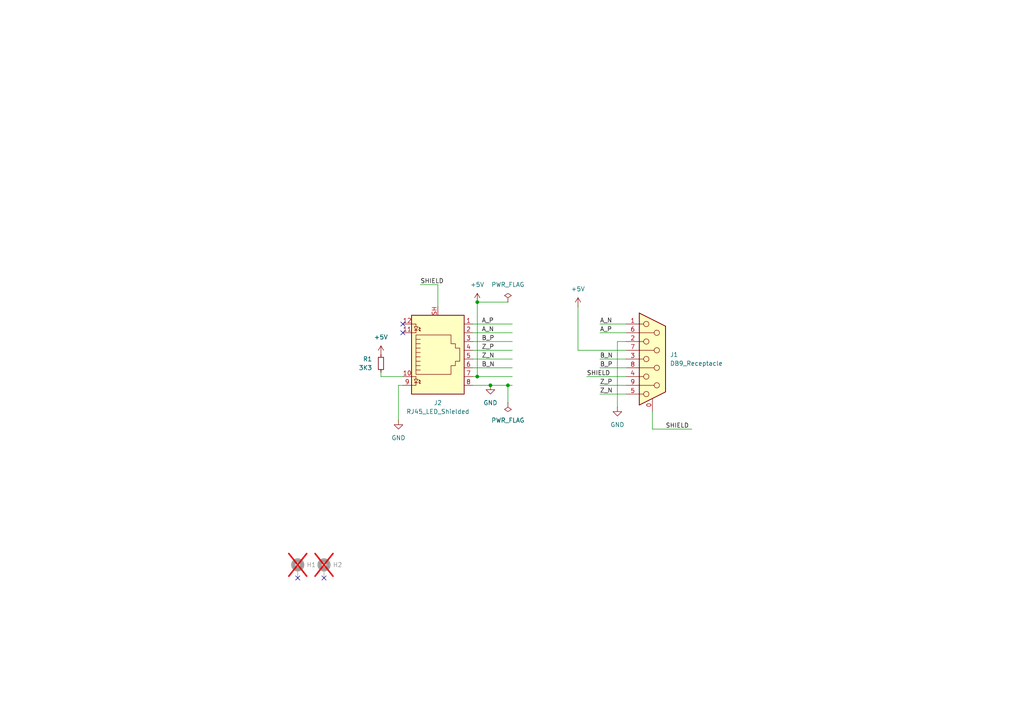
<source format=kicad_sch>
(kicad_sch (version 20231120) (generator "eeschema") (generator_version "8.0")
  (paper "A4")
  (lib_symbols
    (symbol "Device:R_Small" (pin_numbers hide) (pin_names (offset 0.254) hide)
      (property "Reference" "R" (at 0.762 0.508 0))
      (property "Value" "R_Small" (at 0.762 -1.016 0))
      (symbol "R_Small_0_1"
        (rectangle (start -0.762 1.778) (end 0.762 -1.778) (stroke (width 0.2032)))
      )
      (symbol "R_Small_1_1"
        (pin passive line (at 0 2.54 270) (length 0.762) (name "~") (number "1"))
        (pin passive line (at 0 -2.54 90) (length 0.762) (name "~") (number "2"))
      )
    )
    (symbol "hadv-connectors:DB9_Receptacle" (pin_names (offset 1.016) hide)
      (property "Reference" "J" (at 0 16.51 0))
      (property "Value" "DB9_Receptacle" (at 0 14.605 0))
      (symbol "DB9_Receptacle_0_1"
        (circle (center -1.778 -10.16) (radius 0.762))
        (circle (center -1.778 -5.08) (radius 0.762))
        (circle (center -1.778 0) (radius 0.762))
        (circle (center -1.778 5.08) (radius 0.762))
        (circle (center -1.778 10.16) (radius 0.762))
        (polyline (pts (xy -3.81 -10.16) (xy -2.54 -10.16)))
        (polyline (pts (xy -3.81 -7.62) (xy 0.508 -7.62)))
        (polyline (pts (xy -3.81 -5.08) (xy -2.54 -5.08)))
        (polyline (pts (xy -3.81 -2.54) (xy 0.508 -2.54)))
        (polyline (pts (xy -3.81 0) (xy -2.54 0)))
        (polyline (pts (xy -3.81 2.54) (xy 0.508 2.54)))
        (polyline (pts (xy -3.81 5.08) (xy -2.54 5.08)))
        (polyline (pts (xy -3.81 7.62) (xy 0.508 7.62)))
        (polyline (pts (xy -3.81 10.16) (xy -2.54 10.16)))
        (polyline (pts (xy -3.81 13.335) (xy -3.81 -13.335) (xy 3.81 -9.525) (xy 3.81 9.525) (xy -3.81 13.335)) (stroke (width 0.254)) (fill (type background)))
        (circle (center 1.27 -7.62) (radius 0.762))
        (circle (center 1.27 -2.54) (radius 0.762))
        (circle (center 1.27 2.54) (radius 0.762))
        (circle (center 1.27 7.62) (radius 0.762))
      )
      (symbol "DB9_Receptacle_1_1"
        (pin passive line (at 0 -15.24 90) (length 3.81) (name "PAD") (number "0"))
        (pin passive line (at -7.62 10.16 0) (length 3.81) (name "1") (number "1"))
        (pin passive line (at -7.62 5.08 0) (length 3.81) (name "2") (number "2"))
        (pin passive line (at -7.62 0 0) (length 3.81) (name "3") (number "3"))
        (pin passive line (at -7.62 -5.08 0) (length 3.81) (name "4") (number "4"))
        (pin passive line (at -7.62 -10.16 0) (length 3.81) (name "5") (number "5"))
        (pin passive line (at -7.62 7.62 0) (length 3.81) (name "6") (number "6"))
        (pin passive line (at -7.62 2.54 0) (length 3.81) (name "7") (number "7"))
        (pin passive line (at -7.62 -2.54 0) (length 3.81) (name "8") (number "8"))
        (pin passive line (at -7.62 -7.62 0) (length 3.81) (name "9") (number "9"))
      )
    )
    (symbol "hadv-connectors:RJ45_LED_Shielded" (pin_names (offset 1.016))
      (property "Reference" "J" (at -5.08 13.97 0))
      (property "Value" "RJ45_LED_Shielded" (at 1.27 13.97 0))
      (symbol "RJ45_LED_Shielded_0_1"
        (polyline (pts (xy -7.62 -7.62) (xy -6.35 -7.62)))
        (polyline (pts (xy -7.62 -5.08) (xy -6.35 -5.08)))
        (polyline (pts (xy -7.62 7.62) (xy -6.35 7.62)))
        (polyline (pts (xy -7.62 10.16) (xy -6.35 10.16)))
        (polyline (pts (xy -6.858 -5.842) (xy -5.842 -5.842)))
        (polyline (pts (xy -6.858 9.398) (xy -5.842 9.398)))
        (polyline (pts (xy -6.35 -7.62) (xy -6.35 -6.858)))
        (polyline (pts (xy -6.35 -5.08) (xy -6.35 -5.842)))
        (polyline (pts (xy -6.35 7.62) (xy -6.35 8.382)))
        (polyline (pts (xy -6.35 10.16) (xy -6.35 9.398)))
        (polyline (pts (xy -5.08 -6.223) (xy -5.207 -6.604)))
        (polyline (pts (xy -5.08 -5.588) (xy -5.207 -5.969)))
        (polyline (pts (xy -5.08 4.445) (xy -6.35 4.445)))
        (polyline (pts (xy -5.08 5.715) (xy -6.35 5.715)))
        (polyline (pts (xy -5.08 9.017) (xy -5.207 8.636)))
        (polyline (pts (xy -5.08 9.652) (xy -5.207 9.271)))
        (polyline (pts (xy -6.35 -3.175) (xy -5.08 -3.175) (xy -5.08 -3.175)))
        (polyline (pts (xy -6.35 -1.905) (xy -5.08 -1.905) (xy -5.08 -1.905)))
        (polyline (pts (xy -6.35 -0.635) (xy -5.08 -0.635) (xy -5.08 -0.635)))
        (polyline (pts (xy -6.35 0.635) (xy -5.08 0.635) (xy -5.08 0.635)))
        (polyline (pts (xy -6.35 1.905) (xy -5.08 1.905) (xy -5.08 1.905)))
        (polyline (pts (xy -5.588 -6.731) (xy -5.08 -6.223) (xy -5.461 -6.35)))
        (polyline (pts (xy -5.588 -6.096) (xy -5.08 -5.588) (xy -5.461 -5.715)))
        (polyline (pts (xy -5.588 8.509) (xy -5.08 9.017) (xy -5.461 8.89)))
        (polyline (pts (xy -5.588 9.144) (xy -5.08 9.652) (xy -5.461 9.525)))
        (polyline (pts (xy -5.08 3.175) (xy -6.35 3.175) (xy -6.35 3.175)))
        (polyline (pts (xy -6.35 -5.842) (xy -6.858 -6.858) (xy -5.842 -6.858) (xy -6.35 -5.842)))
        (polyline (pts (xy -6.35 9.398) (xy -6.858 8.382) (xy -5.842 8.382) (xy -6.35 9.398)))
        (polyline (pts (xy -6.35 -4.445) (xy -6.35 6.985) (xy 3.81 6.985) (xy 3.81 4.445) (xy 5.08 4.445) (xy 5.08 3.175) (xy 6.35 3.175) (xy 6.35 -0.635) (xy 5.08 -0.635) (xy 5.08 -1.905) (xy 3.81 -1.905) (xy 3.81 -4.445) (xy -6.35 -4.445) (xy -6.35 -4.445)))
        (rectangle (start 7.62 12.7) (end -7.62 -10.16) (stroke (width 0.254)) (fill (type background)))
      )
      (symbol "RJ45_LED_Shielded_1_1"
        (pin passive line (at 10.16 -7.62 180) (length 2.54) (name "~") (number "1"))
        (pin passive line (at -10.16 7.62 0) (length 2.54) (name "~") (number "10"))
        (pin passive line (at -10.16 -5.08 0) (length 2.54) (name "~") (number "11"))
        (pin passive line (at -10.16 -7.62 0) (length 2.54) (name "~") (number "12"))
        (pin passive line (at 10.16 -5.08 180) (length 2.54) (name "~") (number "2"))
        (pin passive line (at 10.16 -2.54 180) (length 2.54) (name "~") (number "3"))
        (pin passive line (at 10.16 0 180) (length 2.54) (name "~") (number "4"))
        (pin passive line (at 10.16 2.54 180) (length 2.54) (name "~") (number "5"))
        (pin passive line (at 10.16 5.08 180) (length 2.54) (name "~") (number "6"))
        (pin passive line (at 10.16 7.62 180) (length 2.54) (name "~") (number "7"))
        (pin passive line (at 10.16 10.16 180) (length 2.54) (name "~") (number "8"))
        (pin passive line (at -10.16 10.16 0) (length 2.54) (name "~") (number "9"))
        (pin passive line (at 0 -12.7 90) (length 2.54) (name "~") (number "SH"))
      )
    )
    (symbol "hadv-mechanical:MH_3.2mm" (pin_numbers hide) (pin_names (offset 1.016) hide) (in_bom no)
      (property "Reference" "H" (at 0 6.985 0))
      (symbol "MH_3.2mm_0_1"
        (circle (center 0 3.81) (radius 1.27) (stroke (width 1.27)))
      )
      (symbol "MH_3.2mm_1_1"
        (pin input line (at 0 0 90) (length 2.54) (name "1") (number "1"))
      )
    )
    (symbol "power:+5V" (power) (pin_numbers hide) (pin_names (offset 0) hide)
      (property "Value" "+5V" (at 0 3.556 0))
      (symbol "+5V_0_1"
        (polyline (pts (xy -0.762 1.27) (xy 0 2.54)))
        (polyline (pts (xy 0 0) (xy 0 2.54)))
        (polyline (pts (xy 0 2.54) (xy 0.762 1.27)))
      )
      (symbol "+5V_1_1"
        (pin power_in line (at 0 0 90) (length 0) (name "~") (number "1"))
      )
    )
    (symbol "power:GND" (power) (pin_numbers hide) (pin_names (offset 0) hide)
      (property "Value" "GND" (at 0 -3.81 0))
      (symbol "GND_0_1"
        (polyline (pts (xy 0 0) (xy 0 -1.27) (xy 1.27 -1.27) (xy 0 -2.54) (xy -1.27 -1.27) (xy 0 -1.27)))
      )
      (symbol "GND_1_1"
        (pin power_in line (at 0 0 270) (length 0) (name "~") (number "1"))
      )
    )
    (symbol "power:PWR_FLAG" (power) (pin_numbers hide) (pin_names (offset 0) hide)
      (property "Value" "PWR_FLAG" (at 0 3.81 0))
      (symbol "PWR_FLAG_0_0"
        (pin power_out line (at 0 0 90) (length 0) (name "~") (number "1"))
      )
      (symbol "PWR_FLAG_0_1"
        (polyline (pts (xy 0 0) (xy 0 1.27) (xy -1.016 1.905) (xy 0 2.54) (xy 1.016 1.905) (xy 0 1.27)))
      )
    )
  )
  (junction (at 138.43 87.63))
  (junction (at 138.43 109.22))
  (junction (at 147.32 111.76))
  (junction (at 142.24 111.76))
  (no_connect (at 86.36 167.64))
  (no_connect (at 116.84 96.52))
  (no_connect (at 116.84 93.98))
  (no_connect (at 93.98 167.64))
  (wire (pts (xy 173.99 106.68) (xy 181.61 106.68)))
  (wire (pts (xy 138.43 87.63) (xy 138.43 109.22)))
  (wire (pts (xy 179.07 99.06) (xy 179.07 118.11)))
  (wire (pts (xy 167.64 101.6) (xy 181.61 101.6)))
  (wire (pts (xy 137.16 111.76) (xy 142.24 111.76)))
  (wire (pts (xy 189.23 119.38) (xy 189.23 124.46)))
  (wire (pts (xy 121.92 82.55) (xy 127 82.55)))
  (wire (pts (xy 173.99 111.76) (xy 181.61 111.76)))
  (wire (pts (xy 127 88.9) (xy 127 82.55)))
  (wire (pts (xy 173.99 96.52) (xy 181.61 96.52)))
  (wire (pts (xy 189.23 124.46) (xy 200.66 124.46)))
  (wire (pts (xy 181.61 99.06) (xy 179.07 99.06)))
  (wire (pts (xy 137.16 101.6) (xy 148.59 101.6)))
  (wire (pts (xy 138.43 109.22) (xy 148.59 109.22)))
  (wire (pts (xy 147.32 111.76) (xy 147.32 116.84)))
  (wire (pts (xy 137.16 106.68) (xy 148.59 106.68)))
  (wire (pts (xy 137.16 109.22) (xy 138.43 109.22)))
  (wire (pts (xy 116.84 111.76) (xy 115.57 111.76)))
  (wire (pts (xy 110.49 107.95) (xy 110.49 109.22)))
  (wire (pts (xy 173.99 114.3) (xy 181.61 114.3)))
  (wire (pts (xy 142.24 111.76) (xy 147.32 111.76)))
  (wire (pts (xy 137.16 99.06) (xy 148.59 99.06)))
  (wire (pts (xy 110.49 109.22) (xy 116.84 109.22)))
  (wire (pts (xy 115.57 111.76) (xy 115.57 121.92)))
  (wire (pts (xy 137.16 93.98) (xy 148.59 93.98)))
  (wire (pts (xy 137.16 96.52) (xy 148.59 96.52)))
  (wire (pts (xy 167.64 88.9) (xy 167.64 101.6)))
  (wire (pts (xy 173.99 93.98) (xy 181.61 93.98)))
  (wire (pts (xy 137.16 104.14) (xy 148.59 104.14)))
  (wire (pts (xy 173.99 104.14) (xy 181.61 104.14)))
  (wire (pts (xy 170.18 109.22) (xy 181.61 109.22)))
  (wire (pts (xy 138.43 87.63) (xy 147.32 87.63)))
  (wire (pts (xy 147.32 111.76) (xy 148.59 111.76)))
  (label "SHIELD" (at 170.18 109.22 0))
  (label "Z_P" (at 139.7 101.6 0))
  (label "B_P" (at 173.99 106.68 0))
  (label "SHIELD" (at 121.92 82.55 0))
  (label "SHIELD" (at 193.04 124.46 0))
  (label "A_N" (at 139.7 96.52 0))
  (label "A_P" (at 139.7 93.98 0))
  (label "B_P" (at 139.7 99.06 0))
  (label "A_P" (at 173.99 96.52 0))
  (label "Z_N" (at 139.7 104.14 0))
  (label "Z_P" (at 173.99 111.76 0))
  (label "A_N" (at 173.99 93.98 0))
  (label "Z_N" (at 173.99 114.3 0))
  (label "B_N" (at 139.7 106.68 0))
  (label "B_N" (at 173.99 104.14 0))
  (symbol (lib_id "Device:R_Small") (at 110.49 105.41 0) (unit 1)
    (property "Reference" "R1" (at 107.95 104.1399 0) (effects (justify right)))
    (property "Value" "3K3" (at 107.95 106.6799 0) (effects (justify right)))
    (property "Footprint" "Resistor_SMD:R_0603_1608Metric" (effects (hide yes)))
    (property "Description" "Resistor, small symbol" (effects (hide yes)))
    (property "LCSC#" "C108078" (effects (hide yes)))
  )
  (symbol (lib_id "hadv-connectors:DB9_Receptacle") (at 189.23 104.14 0) (unit 1)
    (property "Reference" "J1" (at 194.31 102.8699 0) (effects (justify left)))
    (property "Value" "DB9_Receptacle" (at 194.31 105.4099 0) (effects (justify left)))
    (property "Footprint" "Connector_Dsub:DSUB-9_Female_Horizontal_P2.77x2.84mm_EdgePinOffset7.70mm_Housed_MountingHolesOffset9.12mm" (effects (hide yes)))
    (property "Description" "9-pin female receptacle socket D-SUB connector, Mounting Hole" (effects (hide yes)))
    (property "MPN" "D-DMR009PF-D002" (effects (hide yes)))
    (property "Manufacturer" "Ckmtw" (effects (hide yes)))
    (property "LCSC#" "C141882" (effects (hide yes)))
  )
  (symbol (lib_id "power:GND") (at 115.57 121.92 0) (unit 1)
    (property "Reference" "#PWR01" (effects (hide yes)))
    (property "Value" "GND" (at 115.57 127 0))
    (property "Description" "Power symbol creates a global label with name \"GND\" , ground" (effects (hide yes)))
  )
  (symbol (lib_id "hadv-mechanical:MH_3.2mm") (at 86.36 167.64 0) (unit 1) (in_bom no) (dnp yes)
    (property "Reference" "H1" (at 88.9 163.8299 0) (effects (justify left)))
    (property "Value" "MH_3.2mm" (effects (hide yes)))
    (property "Footprint" "MountingHole:MountingHole_3.2mm_M3_Pad_Via" (effects (hide yes)))
    (property "Description" "Mounting Hole with pad for M3 bolt" (effects (hide yes)))
  )
  (symbol (lib_id "power:GND") (at 179.07 118.11 0) (unit 1)
    (property "Reference" "#PWR05" (effects (hide yes)))
    (property "Value" "GND" (at 179.07 123.19 0))
    (property "Description" "Power symbol creates a global label with name \"GND\" , ground" (effects (hide yes)))
  )
  (symbol (lib_id "power:GND") (at 142.24 111.76 0) (unit 1)
    (property "Reference" "#PWR02" (effects (hide yes)))
    (property "Value" "GND" (at 142.24 116.84 0))
    (property "Description" "Power symbol creates a global label with name \"GND\" , ground" (effects (hide yes)))
  )
  (symbol (lib_id "hadv-mechanical:MH_3.2mm") (at 93.98 167.64 0) (unit 1) (in_bom no) (dnp yes)
    (property "Reference" "H2" (at 96.52 163.8299 0) (effects (justify left)))
    (property "Value" "MH_3.2mm" (effects (hide yes)))
    (property "Footprint" "MountingHole:MountingHole_3.2mm_M3_Pad_Via" (effects (hide yes)))
    (property "Description" "Mounting Hole with pad for M3 bolt" (effects (hide yes)))
  )
  (symbol (lib_id "power:+5V") (at 167.64 88.9 0) (unit 1)
    (property "Reference" "#PWR06" (effects (hide yes)))
    (property "Value" "+5V" (at 167.64 83.82 0))
    (property "Description" "Power symbol creates a global label with name \"+5V\"" (effects (hide yes)))
  )
  (symbol (lib_id "power:PWR_FLAG") (at 147.32 87.63 0) (unit 1)
    (property "Reference" "#FLG02" (effects (hide yes)))
    (property "Value" "PWR_FLAG" (at 147.32 82.55 0))
    (property "Description" "Special symbol for telling ERC where power comes from" (effects (hide yes)))
  )
  (symbol (lib_id "power:+5V") (at 110.49 102.87 0) (unit 1)
    (property "Reference" "#PWR04" (effects (hide yes)))
    (property "Value" "+5V" (at 110.49 97.79 0))
    (property "Description" "Power symbol creates a global label with name \"+5V\"" (effects (hide yes)))
  )
  (symbol (lib_id "hadv-connectors:RJ45_LED_Shielded") (at 127 101.6 0) (mirror x) (unit 1)
    (property "Reference" "J2" (at 127 116.84 0))
    (property "Value" "RJ45_LED_Shielded" (at 127 119.38 0))
    (property "Footprint" "hadv-connectors:R-RJ45R08P-C000" (effects (hide yes)))
    (property "Description" "RJ connector, 8P8C (8 positions 8 connected), two LEDs, RJ45, Shielded" (effects (hide yes)))
    (property "MPN" "R-RJ45R08P-C000" (effects (hide yes)))
    (property "Manufacturer" "Ckmtw(Shenzhen Cankemeng)" (effects (hide yes)))
    (property "LCSC#" "C386757" (effects (hide yes)))
  )
  (symbol (lib_id "power:PWR_FLAG") (at 147.32 116.84 180) (unit 1)
    (property "Reference" "#FLG01" (effects (hide yes)))
    (property "Value" "PWR_FLAG" (at 147.32 121.92 0))
    (property "Description" "Special symbol for telling ERC where power comes from" (effects (hide yes)))
  )
  (symbol (lib_id "power:+5V") (at 138.43 87.63 0) (unit 1)
    (property "Reference" "#PWR03" (effects (hide yes)))
    (property "Value" "+5V" (at 138.43 82.55 0))
    (property "Description" "Power symbol creates a global label with name \"+5V\"" (effects (hide yes)))
  )
)
</source>
